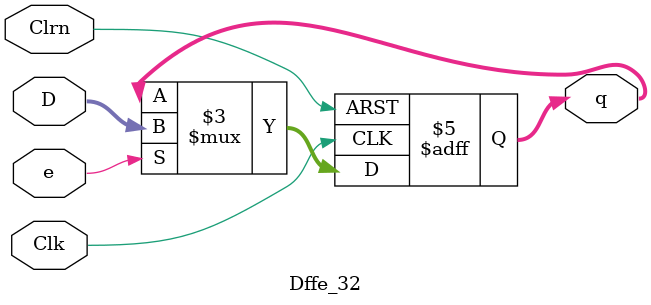
<source format=v>
`timescale 1ns / 1ps


module Dffe_32(D,Clk,Clrn,e,q);//32位寄存器，只有一个清零端
        input [31:0]D;
    input Clk,Clrn,e;
    output reg[31:0]q;
    always @(negedge Clrn or posedge Clk)
        if (Clrn ==0)
        begin 
            q<= 0;
        end
        else begin 
        if(e) q <= D;
        end
endmodule
</source>
